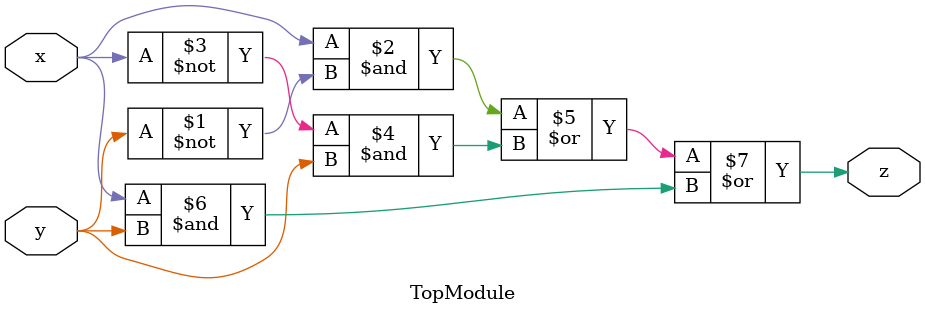
<source format=sv>

module TopModule (
  input x,
  input y,
  output z
);
assign z = (x & ~y) | (~x & y) | (x & y);
endmodule

</source>
